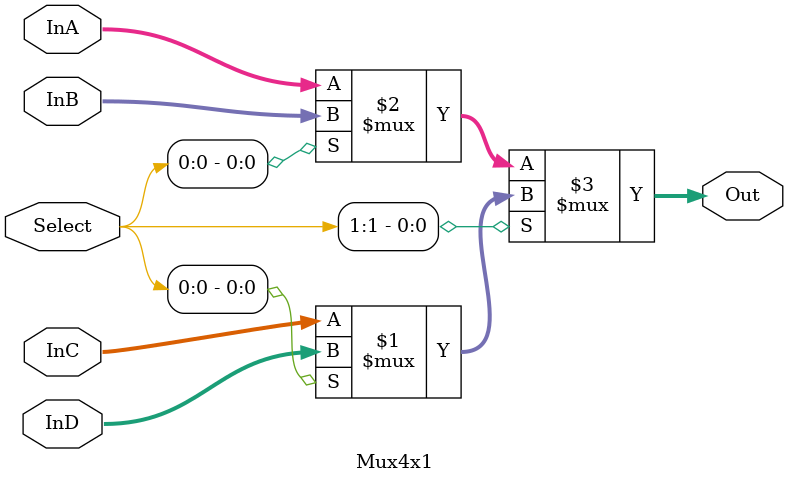
<source format=v>
module Mux4x1 #(parameter W=8)(InA,InB,InC,InD,Select,Out);
			output [W-1:0] Out;
			input  wire[W-1:0] InA,InB,InC,InD;
			input [1:0]Select;
				
				assign Out= Select[1] ? (Select[0] ? InD:InC ): (Select[0] ? InB:InA );
				
			
endmodule
</source>
